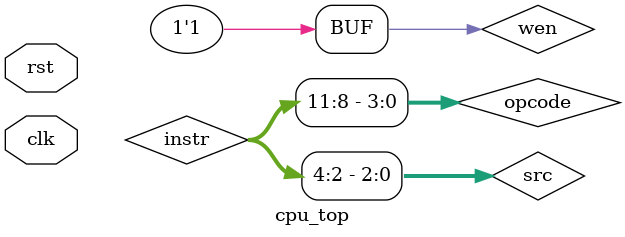
<source format=v>
`timescale 1ns/1ps

module cpu_top(

    input clk,
    input rst

);
    reg[7:0] pc;        // program counter

    //wires
    wire [11:0] instr;
    wire [3:0] opcode;
    wire [2:0] dest, src;
    wire [7:0] rdata, sdata;
    wire [7:0] alu_result;
    wire wen;
    wire carry;

    //instruction memory
    imem mem (
        .addr(pc),
        .instr(instr)
    );

    //decode instruction field
    assign opcode = instr[11:8];
    assign dest = instr[7:5];
    assign src = instr[4:2];
    assign wen = 1'b1;

    // register file

    register rf(
        .clk(clk),
        .wen(wen),
        .waddr(dest),
        .saddr(src),
        .wdata(alu_result),
        .rdata(rdata),
        .sdata(sdata)
    );

    //alu file

    alu myalu(
        .a(rdata),
        .b(sdata),
        .op(opcode),
        .y(alu_result),
        .carry(carry)
      
    );

    //program counter update
    always @(posedge clk  or posedge rst) begin
        if (rst)
            pc <= 8'd0;
        else
            pc <= pc + 1;
    end

endmodule

</source>
